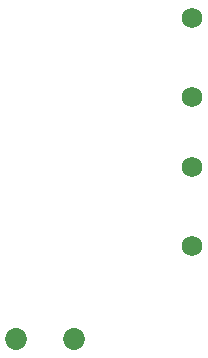
<source format=gbr>
G04 start of page 7 for group -4062 idx -4062 *
G04 Title: (unknown), soldermask *
G04 Creator: pcb 4.2.0 *
G04 CreationDate: Fri Feb 14 02:43:24 2020 UTC *
G04 For: blinken *
G04 Format: Gerber/RS-274X *
G04 PCB-Dimensions (mm): 65.00 56.00 *
G04 PCB-Coordinate-Origin: lower left *
%MOMM*%
%FSLAX43Y43*%
%LNBOTTOMMASK*%
%ADD40C,1.752*%
%ADD39C,1.852*%
G54D39*X7100Y27200D03*
X12000D03*
G54D40*X22050Y47650D03*
Y54300D03*
Y35050D03*
Y41700D03*
M02*

</source>
